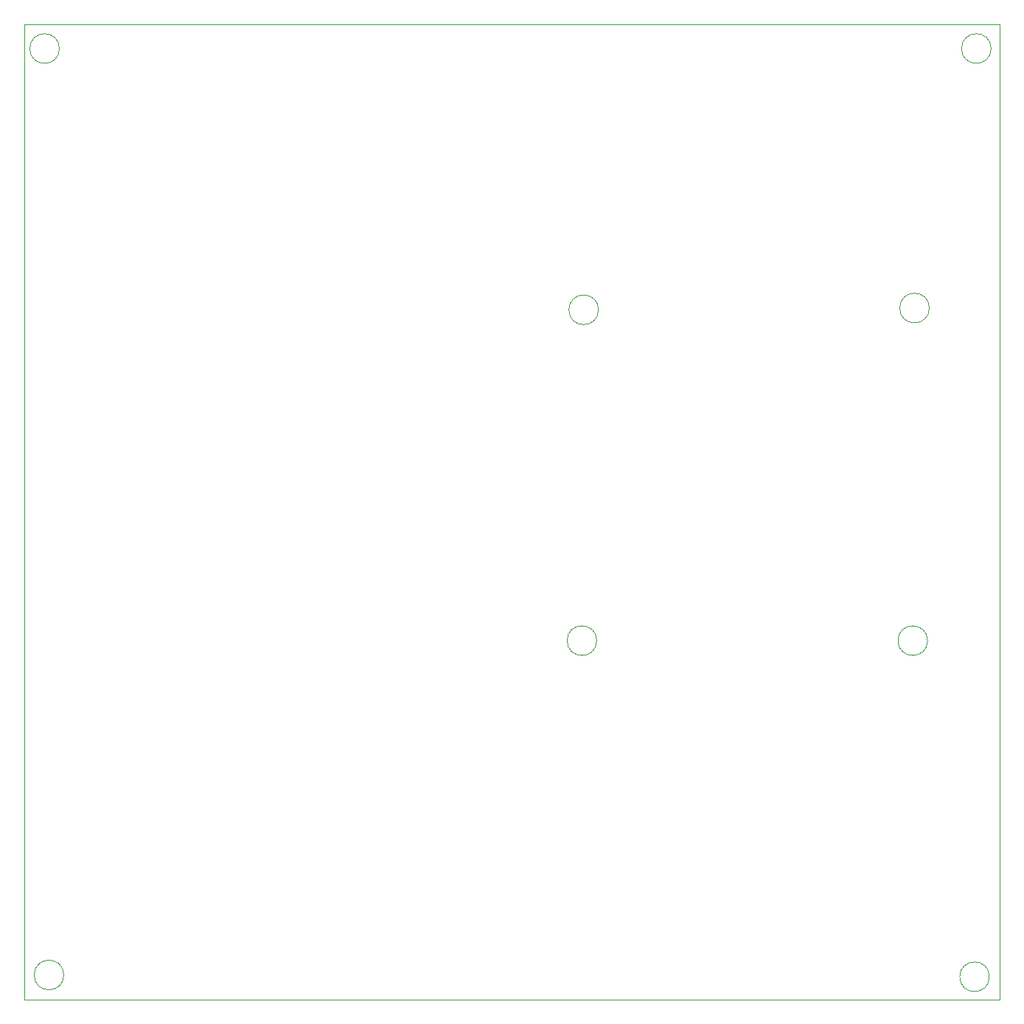
<source format=gbr>
%TF.GenerationSoftware,KiCad,Pcbnew,8.0.6*%
%TF.CreationDate,2025-04-20T20:46:24+08:00*%
%TF.ProjectId,external_chamber,65787465-726e-4616-9c5f-6368616d6265,rev?*%
%TF.SameCoordinates,Original*%
%TF.FileFunction,Profile,NP*%
%FSLAX46Y46*%
G04 Gerber Fmt 4.6, Leading zero omitted, Abs format (unit mm)*
G04 Created by KiCad (PCBNEW 8.0.6) date 2025-04-20 20:46:24*
%MOMM*%
%LPD*%
G01*
G04 APERTURE LIST*
%TA.AperFunction,Profile*%
%ADD10C,0.050000*%
%TD*%
G04 APERTURE END LIST*
D10*
X184600000Y-156600000D02*
G75*
G02*
X181200000Y-156600000I-1700000J0D01*
G01*
X181200000Y-156600000D02*
G75*
G02*
X184600000Y-156600000I1700000J0D01*
G01*
X184800000Y-50000000D02*
G75*
G02*
X181400000Y-50000000I-1700000J0D01*
G01*
X181400000Y-50000000D02*
G75*
G02*
X184800000Y-50000000I1700000J0D01*
G01*
X78300000Y-156400000D02*
G75*
G02*
X74900000Y-156400000I-1700000J0D01*
G01*
X74900000Y-156400000D02*
G75*
G02*
X78300000Y-156400000I1700000J0D01*
G01*
X77800000Y-50000000D02*
G75*
G02*
X74400000Y-50000000I-1700000J0D01*
G01*
X74400000Y-50000000D02*
G75*
G02*
X77800000Y-50000000I1700000J0D01*
G01*
X73800000Y-47200000D02*
X185800000Y-47200000D01*
X185800000Y-159200000D01*
X73800000Y-159200000D01*
X73800000Y-47200000D01*
X177700000Y-79800000D02*
G75*
G02*
X174300000Y-79800000I-1700000J0D01*
G01*
X174300000Y-79800000D02*
G75*
G02*
X177700000Y-79800000I1700000J0D01*
G01*
X139700000Y-80000000D02*
G75*
G02*
X136300000Y-80000000I-1700000J0D01*
G01*
X136300000Y-80000000D02*
G75*
G02*
X139700000Y-80000000I1700000J0D01*
G01*
X177500000Y-118000000D02*
G75*
G02*
X174100000Y-118000000I-1700000J0D01*
G01*
X174100000Y-118000000D02*
G75*
G02*
X177500000Y-118000000I1700000J0D01*
G01*
X139500000Y-118000000D02*
G75*
G02*
X136100000Y-118000000I-1700000J0D01*
G01*
X136100000Y-118000000D02*
G75*
G02*
X139500000Y-118000000I1700000J0D01*
G01*
M02*

</source>
